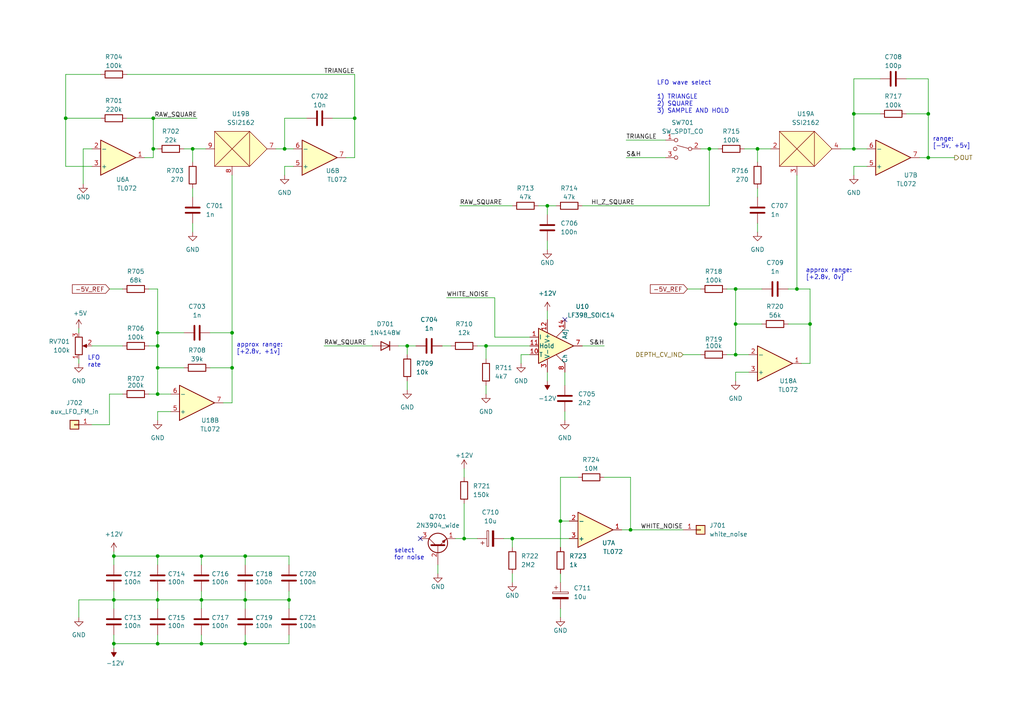
<source format=kicad_sch>
(kicad_sch (version 20211123) (generator eeschema)
  (paper "A4")
  (title_block (title "Micro-Pico Tiny Monosynth") (date "2022-10-06") (rev "1.0") (comment 1 "creativecommons.org/licences/by/4.0") (comment 2 "Licence: CC by 4.0") (comment 3 "Author: Jordan Aceto"))
  (lib_symbols
    (symbol "Amplifier_Operational:TL072" (pin_names (offset 0.127))
      (property "Reference" "U" (at 0 5.08 0))
      (property "Value" "TL072" (at 0 -5.08 0))
      (symbol "TL072_1_1"
        (polyline (pts (xy -5.08 5.08) (xy 5.08 0) (xy -5.08 -5.08) (xy -5.08 5.08)) (stroke (width 0.254)) (fill (type background)))
        (pin output line (at 7.62 0 180) (length 2.54) (name "~") (number "1"))
        (pin input line (at -7.62 -2.54 0) (length 2.54) (name "-") (number "2"))
        (pin input line (at -7.62 2.54 0) (length 2.54) (name "+") (number "3"))
      )
      (symbol "TL072_2_1"
        (polyline (pts (xy -5.08 5.08) (xy 5.08 0) (xy -5.08 -5.08) (xy -5.08 5.08)) (stroke (width 0.254)) (fill (type background)))
        (pin input line (at -7.62 2.54 0) (length 2.54) (name "+") (number "5"))
        (pin input line (at -7.62 -2.54 0) (length 2.54) (name "-") (number "6"))
        (pin output line (at 7.62 0 180) (length 2.54) (name "~") (number "7"))
      )
      (symbol "TL072_3_1"
        (pin power_in line (at -2.54 -7.62 90) (length 3.81) (name "V-") (number "4"))
        (pin power_in line (at -2.54 7.62 270) (length 3.81) (name "V+") (number "8"))
      )
    )
    (symbol "Analog:LF398_SOIC14" (pin_names (offset 0.127))
      (property "Reference" "U" (at 5.08 3.81 0))
      (property "Value" "LF398_SOIC14" (at 5.08 -2.54 0))
      (symbol "LF398_SOIC14_0_1"
        (polyline (pts (xy 0 -2.54) (xy 2.54 -5.08)))
        (polyline (pts (xy 2.54 5.08) (xy 0 2.54)))
        (polyline (pts (xy -5.08 5.08) (xy 5.08 0) (xy -5.08 -5.08) (xy -5.08 5.08)) (stroke (width 0.254)) (fill (type background)))
      )
      (symbol "LF398_SOIC14_1_1"
        (pin input line (at -7.62 2.54 0) (length 2.54) (name "I") (number "1"))
        (pin passive line (at -7.62 -2.54 0) (length 2.54) (name "T") (number "10"))
        (pin input line (at -7.62 0 0) (length 2.54) (name "Hold") (number "11"))
        (pin passive line (at -2.54 7.62 270) (length 3.81) (name "V+") (number "12"))
        (pin no_connect line (at 0 -2.54 90) (length 2.54) hide (name "NC") (number "13"))
        (pin passive line (at 2.54 7.62 270) (length 2.54) (name "Adj") (number "14"))
        (pin no_connect line (at -5.08 2.54 270) (length 2.54) hide (name "NC") (number "2"))
        (pin passive line (at -2.54 -7.62 90) (length 3.81) (name "V-") (number "3"))
        (pin no_connect line (at -2.54 2.54 270) (length 2.54) hide (name "NC") (number "4"))
        (pin no_connect line (at -5.08 -2.54 90) (length 2.54) hide (name "NC") (number "5"))
        (pin no_connect line (at -2.54 -2.54 90) (length 2.54) hide (name "NC") (number "6"))
        (pin output line (at 7.62 0 180) (length 2.54) (name "~") (number "7"))
        (pin passive line (at 2.54 -7.62 90) (length 2.54) (name "Ch") (number "8"))
        (pin no_connect line (at 0 2.54 270) (length 2.54) hide (name "NC") (number "9"))
      )
    )
    (symbol "Connector_Generic:Conn_01x01" (pin_names (offset 1.016) hide)
      (property "Reference" "J" (at 0 2.54 0))
      (property "Value" "Conn_01x01" (at 0 -2.54 0))
      (symbol "Conn_01x01_1_1"
        (rectangle (start -1.27 0.127) (end 0 -0.127) (stroke (width 0.1524)))
        (rectangle (start -1.27 1.27) (end 1.27 -1.27) (stroke (width 0.254)) (fill (type background)))
        (pin passive line (at -5.08 0 0) (length 3.81) (name "Pin_1") (number "1"))
      )
    )
    (symbol "Device:C" (pin_numbers hide) (pin_names (offset 0.254))
      (property "Reference" "C" (at 0.635 2.54 0))
      (property "Value" "C" (at 0.635 -2.54 0))
      (symbol "C_0_1"
        (polyline (pts (xy -2.032 -0.762) (xy 2.032 -0.762)) (stroke (width 0.508)))
        (polyline (pts (xy -2.032 0.762) (xy 2.032 0.762)) (stroke (width 0.508)))
      )
      (symbol "C_1_1"
        (pin passive line (at 0 3.81 270) (length 2.794) (name "~") (number "1"))
        (pin passive line (at 0 -3.81 90) (length 2.794) (name "~") (number "2"))
      )
    )
    (symbol "Device:C_Polarized" (pin_numbers hide) (pin_names (offset 0.254))
      (property "Reference" "C" (at 0.635 2.54 0))
      (property "Value" "C_Polarized" (at 0.635 -2.54 0))
      (symbol "C_Polarized_0_1"
        (rectangle (start -2.286 0.508) (end 2.286 1.016))
        (polyline (pts (xy -1.778 2.286) (xy -0.762 2.286)))
        (polyline (pts (xy -1.27 2.794) (xy -1.27 1.778)))
        (rectangle (start 2.286 -0.508) (end -2.286 -1.016) (fill (type outline)))
      )
      (symbol "C_Polarized_1_1"
        (pin passive line (at 0 3.81 270) (length 2.794) (name "~") (number "1"))
        (pin passive line (at 0 -3.81 90) (length 2.794) (name "~") (number "2"))
      )
    )
    (symbol "Device:R" (pin_numbers hide) (pin_names (offset 0))
      (property "Reference" "R" (at 2.032 0 90))
      (property "Value" "R" (at 0 0 90))
      (symbol "R_0_1"
        (rectangle (start -1.016 -2.54) (end 1.016 2.54) (stroke (width 0.254)))
      )
      (symbol "R_1_1"
        (pin passive line (at 0 3.81 270) (length 1.27) (name "~") (number "1"))
        (pin passive line (at 0 -3.81 90) (length 1.27) (name "~") (number "2"))
      )
    )
    (symbol "Device:R_Potentiometer" (pin_names (offset 1.016) hide)
      (property "Reference" "RV" (at -4.445 0 90))
      (property "Value" "R_Potentiometer" (at -2.54 0 90))
      (symbol "R_Potentiometer_0_1"
        (polyline (pts (xy 2.54 0) (xy 1.524 0)))
        (polyline (pts (xy 1.143 0) (xy 2.286 0.508) (xy 2.286 -0.508) (xy 1.143 0)) (fill (type outline)))
        (rectangle (start 1.016 2.54) (end -1.016 -2.54) (stroke (width 0.254)))
      )
      (symbol "R_Potentiometer_1_1"
        (pin passive line (at 0 3.81 270) (length 1.27) (name "1") (number "1"))
        (pin passive line (at 3.81 0 180) (length 1.27) (name "2") (number "2"))
        (pin passive line (at 0 -3.81 90) (length 1.27) (name "3") (number "3"))
      )
    )
    (symbol "Diode:1N4148W" (pin_numbers hide) (pin_names hide)
      (property "Reference" "D" (at 0 2.54 0))
      (property "Value" "1N4148W" (at 0 -2.54 0))
      (symbol "1N4148W_0_1"
        (polyline (pts (xy -1.27 1.27) (xy -1.27 -1.27)) (stroke (width 0.254)))
        (polyline (pts (xy 1.27 0) (xy -1.27 0)))
        (polyline (pts (xy 1.27 1.27) (xy 1.27 -1.27) (xy -1.27 0) (xy 1.27 1.27)) (stroke (width 0.254)))
      )
      (symbol "1N4148W_1_1"
        (pin passive line (at -3.81 0 0) (length 2.54) (name "K") (number "1"))
        (pin passive line (at 3.81 0 180) (length 2.54) (name "A") (number "2"))
      )
    )
    (symbol "Switch:SW_SPDT_MSM" (pin_names (offset 0) hide)
      (property "Reference" "SW" (at 0 5.08 0))
      (property "Value" "SW_SPDT_MSM" (at 0 -5.08 0))
      (symbol "SW_SPDT_MSM_0_0"
        (circle (center -2.032 0) (radius 0.508))
        (polyline (pts (xy -1.524 0.127) (xy 1.778 1.016)))
        (circle (center 2.032 -2.54) (radius 0.508))
      )
      (symbol "SW_SPDT_MSM_0_1"
        (circle (center 2.032 2.54) (radius 0.508))
        (circle (center 2.286 0) (radius 0.508))
      )
      (symbol "SW_SPDT_MSM_1_1"
        (pin passive line (at 5.08 2.54 180) (length 2.54) (name "1") (number "1"))
        (pin passive line (at -5.08 0 0) (length 2.54) (name "2") (number "2"))
        (pin passive line (at 5.08 -2.54 180) (length 2.54) (name "3") (number "3"))
      )
    )
    (symbol "custom_symbols:2N3904_wide" (pin_names (offset 0) hide)
      (property "Reference" "Q701" (at 0 8.89 90))
      (property "Value" "2N3904_wide" (at 0 6.35 90))
      (symbol "2N3904_wide_0_1"
        (polyline (pts (xy 0.635 0.635) (xy 2.54 2.54)))
        (polyline (pts (xy 0.635 -0.635) (xy 2.54 -2.54) (xy 2.54 -2.54)))
        (polyline (pts (xy 0.635 1.905) (xy 0.635 -1.905) (xy 0.635 -1.905)) (stroke (width 0.508)))
        (polyline (pts (xy 1.27 -1.778) (xy 1.778 -1.27) (xy 2.286 -2.286) (xy 1.27 -1.778) (xy 1.27 -1.778)) (fill (type outline)))
        (circle (center 1.27 0) (radius 2.8194) (stroke (width 0.254)))
      )
      (symbol "2N3904_wide_1_1"
        (pin passive line (at 2.54 -5.08 90) (length 2.54) (name "E") (number "1"))
        (pin passive line (at -5.08 0 0) (length 5.715) (name "B") (number "2"))
        (pin passive line (at 2.54 5.08 270) (length 2.54) (name "C") (number "3"))
      )
    )
    (symbol "custom_symbols:SSI2162" (pin_names (offset 1.016))
      (property "Reference" "U?" (at -2.54 10.16 0))
      (property "Value" "SSI2162" (at -2.54 7.62 0))
      (symbol "SSI2162_1_1"
        (rectangle (start -5.08 5.08) (end 5.08 -5.08) (fill (type background)))
        (polyline (pts (xy 5.08 5.08) (xy -5.08 -5.08)))
        (polyline (pts (xy 5.08 5.08) (xy 10.16 0) (xy 5.08 -5.08) (xy -5.08 5.08)) (fill (type background)))
        (pin input line (at -7.62 0 0) (length 2.54) (name "~") (number "2"))
        (pin input line (at 0 -7.62 90) (length 2.54) (name "~") (number "3"))
        (pin output line (at 12.7 0 180) (length 2.54) (name "~") (number "4"))
      )
      (symbol "SSI2162_2_1"
        (rectangle (start -5.08 5.08) (end 5.08 -5.08) (fill (type background)))
        (polyline (pts (xy 5.08 5.08) (xy -5.08 -5.08)))
        (polyline (pts (xy 5.08 5.08) (xy 10.16 0) (xy 5.08 -5.08) (xy -5.08 5.08)) (fill (type background)))
        (pin output line (at 12.7 0 180) (length 2.54) (name "~") (number "7"))
        (pin input line (at 0 -7.62 90) (length 2.54) (name "~") (number "8"))
        (pin input line (at -7.62 0 0) (length 2.54) (name "~") (number "9"))
      )
      (symbol "SSI2162_3_1"
        (rectangle (start 3.81 -10.16) (end -3.81 6.35) (fill (type background)))
        (pin input line (at 6.35 3.81 180) (length 2.54) (name "MODE") (number "1"))
        (pin power_in line (at 6.35 0 180) (length 2.54) (name "V+") (number "10"))
        (pin power_in line (at 6.35 -3.81 180) (length 2.54) (name "GND") (number "5"))
        (pin power_in line (at 6.35 -7.62 180) (length 2.54) (name "V-") (number "6"))
      )
    )
    (symbol "power:+12V" (power) (pin_names (offset 0))
      (property "Value" "+12V" (at 0 3.556 0))
      (symbol "+12V_0_1"
        (polyline (pts (xy -0.762 1.27) (xy 0 2.54)))
        (polyline (pts (xy 0 0) (xy 0 2.54)))
        (polyline (pts (xy 0 2.54) (xy 0.762 1.27)))
      )
      (symbol "+12V_1_1"
        (pin power_in line (at 0 0 90) (length 0) hide (name "+12V") (number "1"))
      )
    )
    (symbol "power:+5V" (power) (pin_names (offset 0))
      (property "Value" "+5V" (at 0 3.556 0))
      (symbol "+5V_0_1"
        (polyline (pts (xy -0.762 1.27) (xy 0 2.54)))
        (polyline (pts (xy 0 0) (xy 0 2.54)))
        (polyline (pts (xy 0 2.54) (xy 0.762 1.27)))
      )
      (symbol "+5V_1_1"
        (pin power_in line (at 0 0 90) (length 0) hide (name "+5V") (number "1"))
      )
    )
    (symbol "power:-12V" (power) (pin_names (offset 0))
      (property "Value" "-12V" (at 0 3.81 0))
      (symbol "-12V_0_0"
        (pin power_in line (at 0 0 90) (length 0) hide (name "-12V") (number "1"))
      )
      (symbol "-12V_0_1"
        (polyline (pts (xy 0 0) (xy 0 1.27) (xy 0.762 1.27) (xy 0 2.54) (xy -0.762 1.27) (xy 0 1.27)) (fill (type outline)))
      )
    )
    (symbol "power:GND" (power) (pin_names (offset 0))
      (property "Value" "GND" (at 0 -3.81 0))
      (symbol "GND_0_1"
        (polyline (pts (xy 0 0) (xy 0 -1.27) (xy 1.27 -1.27) (xy 0 -2.54) (xy -1.27 -1.27) (xy 0 -1.27)))
      )
      (symbol "GND_1_1"
        (pin power_in line (at 0 0 270) (length 0) hide (name "GND") (number "1"))
      )
    )
  )
  (junction (at 205.74 43.18))
  (junction (at 140.97 100.33))
  (junction (at 45.72 173.99))
  (junction (at 231.14 83.82))
  (junction (at 213.36 83.82))
  (junction (at 234.95 93.98))
  (junction (at 45.72 106.68))
  (junction (at 71.12 161.29))
  (junction (at 71.12 186.69))
  (junction (at 102.87 34.29))
  (junction (at 33.02 161.29))
  (junction (at 55.88 43.18))
  (junction (at 158.75 59.69))
  (junction (at 71.12 173.99))
  (junction (at 67.31 96.52))
  (junction (at 45.72 161.29))
  (junction (at 33.02 173.99))
  (junction (at 148.59 156.21))
  (junction (at 45.72 100.33))
  (junction (at 134.62 156.21))
  (junction (at 19.05 34.29))
  (junction (at 44.45 34.29))
  (junction (at 82.55 43.18))
  (junction (at 162.56 151.13))
  (junction (at 247.65 33.02))
  (junction (at 219.71 43.18))
  (junction (at 83.82 173.99))
  (junction (at 213.36 102.87))
  (junction (at 269.24 33.02))
  (junction (at 213.36 93.98))
  (junction (at 269.24 45.72))
  (junction (at 58.42 161.29))
  (junction (at 45.72 96.52))
  (junction (at 33.02 186.69))
  (junction (at 45.72 186.69))
  (junction (at 58.42 173.99))
  (junction (at 67.31 106.68))
  (junction (at 58.42 186.69))
  (junction (at 45.72 114.3))
  (junction (at 44.45 43.18))
  (junction (at 247.65 43.18))
  (junction (at 118.11 100.33))
  (junction (at 182.88 153.67))
  (no_connect (at 121.92 156.21))
  (no_connect (at 163.83 92.71))
  (wire (pts (xy 58.42 184.15) (xy 58.42 186.69)))
  (wire (pts (xy 140.97 104.14) (xy 140.97 100.33)))
  (wire (pts (xy 158.75 59.69) (xy 158.75 62.23)))
  (wire (pts (xy 213.36 83.82) (xy 220.98 83.82)))
  (wire (pts (xy 58.42 173.99) (xy 71.12 173.99)))
  (wire (pts (xy 151.13 102.87) (xy 153.67 102.87)))
  (wire (pts (xy 133.35 59.69) (xy 148.59 59.69)))
  (wire (pts (xy 53.34 43.18) (xy 55.88 43.18)))
  (wire (pts (xy 247.65 33.02) (xy 255.27 33.02)))
  (wire (pts (xy 205.74 59.69) (xy 205.74 43.18)))
  (wire (pts (xy 138.43 100.33) (xy 140.97 100.33)))
  (wire (pts (xy 60.96 96.52) (xy 67.31 96.52)))
  (wire (pts (xy 19.05 34.29) (xy 29.21 34.29)))
  (wire (pts (xy 134.62 156.21) (xy 134.62 146.05)))
  (wire (pts (xy 45.72 161.29) (xy 33.02 161.29)))
  (wire (pts (xy 45.72 184.15) (xy 45.72 186.69)))
  (wire (pts (xy 67.31 106.68) (xy 67.31 116.84)))
  (wire (pts (xy 162.56 151.13) (xy 162.56 158.75)))
  (wire (pts (xy 234.95 83.82) (xy 234.95 93.98)))
  (wire (pts (xy 162.56 176.53) (xy 162.56 179.07)))
  (wire (pts (xy 71.12 186.69) (xy 83.82 186.69)))
  (wire (pts (xy 156.21 59.69) (xy 158.75 59.69)))
  (wire (pts (xy 26.67 100.33) (xy 35.56 100.33)))
  (wire (pts (xy 71.12 184.15) (xy 71.12 186.69)))
  (wire (pts (xy 203.2 43.18) (xy 205.74 43.18)))
  (wire (pts (xy 213.36 107.95) (xy 217.17 107.95)))
  (wire (pts (xy 247.65 22.86) (xy 247.65 33.02)))
  (wire (pts (xy 58.42 161.29) (xy 45.72 161.29)))
  (wire (pts (xy 82.55 43.18) (xy 82.55 34.29)))
  (wire (pts (xy 44.45 34.29) (xy 36.83 34.29)))
  (wire (pts (xy 269.24 45.72) (xy 276.86 45.72)))
  (wire (pts (xy 182.88 153.67) (xy 182.88 138.43)))
  (wire (pts (xy 67.31 96.52) (xy 67.31 106.68)))
  (wire (pts (xy 199.39 83.82) (xy 203.2 83.82)))
  (wire (pts (xy 45.72 171.45) (xy 45.72 173.99)))
  (wire (pts (xy 83.82 163.83) (xy 83.82 161.29)))
  (wire (pts (xy 247.65 50.8) (xy 247.65 48.26)))
  (wire (pts (xy 58.42 173.99) (xy 45.72 173.99)))
  (wire (pts (xy 215.9 43.18) (xy 219.71 43.18)))
  (wire (pts (xy 67.31 50.8) (xy 67.31 96.52)))
  (wire (pts (xy 60.96 106.68) (xy 67.31 106.68)))
  (wire (pts (xy 44.45 43.18) (xy 45.72 43.18)))
  (wire (pts (xy 36.83 21.59) (xy 102.87 21.59)))
  (wire (pts (xy 22.86 173.99) (xy 33.02 173.99)))
  (wire (pts (xy 80.01 43.18) (xy 82.55 43.18)))
  (wire (pts (xy 148.59 156.21) (xy 165.1 156.21)))
  (wire (pts (xy 19.05 21.59) (xy 19.05 34.29)))
  (wire (pts (xy 213.36 102.87) (xy 210.82 102.87)))
  (wire (pts (xy 71.12 163.83) (xy 71.12 161.29)))
  (wire (pts (xy 44.45 43.18) (xy 44.45 45.72)))
  (wire (pts (xy 33.02 163.83) (xy 33.02 161.29)))
  (wire (pts (xy 269.24 33.02) (xy 269.24 45.72)))
  (wire (pts (xy 45.72 119.38) (xy 49.53 119.38)))
  (wire (pts (xy 55.88 54.61) (xy 55.88 57.15)))
  (wire (pts (xy 45.72 121.92) (xy 45.72 119.38)))
  (wire (pts (xy 213.36 93.98) (xy 213.36 102.87)))
  (wire (pts (xy 19.05 34.29) (xy 19.05 48.26)))
  (wire (pts (xy 22.86 95.25) (xy 22.86 96.52)))
  (wire (pts (xy 132.08 156.21) (xy 134.62 156.21)))
  (wire (pts (xy 181.61 45.72) (xy 193.04 45.72)))
  (wire (pts (xy 45.72 163.83) (xy 45.72 161.29)))
  (wire (pts (xy 45.72 176.53) (xy 45.72 173.99)))
  (wire (pts (xy 247.65 43.18) (xy 247.65 33.02)))
  (wire (pts (xy 148.59 166.37) (xy 148.59 168.91)))
  (wire (pts (xy 107.95 100.33) (xy 93.98 100.33)))
  (wire (pts (xy 83.82 161.29) (xy 71.12 161.29)))
  (wire (pts (xy 219.71 46.99) (xy 219.71 43.18)))
  (wire (pts (xy 45.72 186.69) (xy 58.42 186.69)))
  (wire (pts (xy 213.36 93.98) (xy 220.98 93.98)))
  (wire (pts (xy 44.45 34.29) (xy 44.45 43.18)))
  (wire (pts (xy 118.11 113.03) (xy 118.11 110.49)))
  (wire (pts (xy 24.13 43.18) (xy 26.67 43.18)))
  (wire (pts (xy 251.46 43.18) (xy 247.65 43.18)))
  (wire (pts (xy 58.42 161.29) (xy 71.12 161.29)))
  (wire (pts (xy 83.82 184.15) (xy 83.82 186.69)))
  (wire (pts (xy 219.71 43.18) (xy 223.52 43.18)))
  (wire (pts (xy 231.14 50.8) (xy 231.14 83.82)))
  (wire (pts (xy 118.11 102.87) (xy 118.11 100.33)))
  (wire (pts (xy 158.75 69.85) (xy 158.75 72.39)))
  (wire (pts (xy 180.34 153.67) (xy 182.88 153.67)))
  (wire (pts (xy 58.42 163.83) (xy 58.42 161.29)))
  (wire (pts (xy 49.53 114.3) (xy 45.72 114.3)))
  (wire (pts (xy 165.1 151.13) (xy 162.56 151.13)))
  (wire (pts (xy 24.13 43.18) (xy 24.13 53.34)))
  (wire (pts (xy 163.83 119.38) (xy 163.83 121.92)))
  (wire (pts (xy 127 163.83) (xy 127 166.37)))
  (wire (pts (xy 45.72 96.52) (xy 53.34 96.52)))
  (wire (pts (xy 82.55 48.26) (xy 85.09 48.26)))
  (wire (pts (xy 33.02 160.02) (xy 33.02 161.29)))
  (wire (pts (xy 118.11 100.33) (xy 115.57 100.33)))
  (wire (pts (xy 55.88 64.77) (xy 55.88 67.31)))
  (wire (pts (xy 41.91 45.72) (xy 44.45 45.72)))
  (wire (pts (xy 228.6 93.98) (xy 234.95 93.98)))
  (wire (pts (xy 162.56 138.43) (xy 167.64 138.43)))
  (wire (pts (xy 71.12 176.53) (xy 71.12 173.99)))
  (wire (pts (xy 45.72 83.82) (xy 45.72 96.52)))
  (wire (pts (xy 82.55 50.8) (xy 82.55 48.26)))
  (wire (pts (xy 255.27 22.86) (xy 247.65 22.86)))
  (wire (pts (xy 33.02 187.96) (xy 33.02 186.69)))
  (wire (pts (xy 134.62 135.89) (xy 134.62 138.43)))
  (wire (pts (xy 58.42 186.69) (xy 71.12 186.69)))
  (wire (pts (xy 148.59 158.75) (xy 148.59 156.21)))
  (wire (pts (xy 55.88 46.99) (xy 55.88 43.18)))
  (wire (pts (xy 228.6 83.82) (xy 231.14 83.82)))
  (wire (pts (xy 102.87 34.29) (xy 102.87 45.72)))
  (wire (pts (xy 35.56 114.3) (xy 31.75 114.3)))
  (wire (pts (xy 234.95 93.98) (xy 234.95 105.41)))
  (wire (pts (xy 102.87 34.29) (xy 102.87 21.59)))
  (wire (pts (xy 43.18 100.33) (xy 45.72 100.33)))
  (wire (pts (xy 269.24 22.86) (xy 269.24 33.02)))
  (wire (pts (xy 143.51 86.36) (xy 129.54 86.36)))
  (wire (pts (xy 45.72 114.3) (xy 43.18 114.3)))
  (wire (pts (xy 151.13 102.87) (xy 151.13 105.41)))
  (wire (pts (xy 219.71 64.77) (xy 219.71 67.31)))
  (wire (pts (xy 45.72 106.68) (xy 45.72 114.3)))
  (wire (pts (xy 100.33 45.72) (xy 102.87 45.72)))
  (wire (pts (xy 143.51 97.79) (xy 153.67 97.79)))
  (wire (pts (xy 148.59 156.21) (xy 146.05 156.21)))
  (wire (pts (xy 71.12 171.45) (xy 71.12 173.99)))
  (wire (pts (xy 45.72 96.52) (xy 45.72 100.33)))
  (wire (pts (xy 128.27 100.33) (xy 130.81 100.33)))
  (wire (pts (xy 82.55 34.29) (xy 88.9 34.29)))
  (wire (pts (xy 140.97 100.33) (xy 153.67 100.33)))
  (wire (pts (xy 83.82 176.53) (xy 83.82 173.99)))
  (wire (pts (xy 162.56 151.13) (xy 162.56 138.43)))
  (wire (pts (xy 168.91 59.69) (xy 205.74 59.69)))
  (wire (pts (xy 45.72 173.99) (xy 33.02 173.99)))
  (wire (pts (xy 205.74 43.18) (xy 208.28 43.18)))
  (wire (pts (xy 96.52 34.29) (xy 102.87 34.29)))
  (wire (pts (xy 26.67 123.19) (xy 31.75 123.19)))
  (wire (pts (xy 231.14 83.82) (xy 234.95 83.82)))
  (wire (pts (xy 182.88 153.67) (xy 198.12 153.67)))
  (wire (pts (xy 247.65 48.26) (xy 251.46 48.26)))
  (wire (pts (xy 33.02 176.53) (xy 33.02 173.99)))
  (wire (pts (xy 64.77 116.84) (xy 67.31 116.84)))
  (wire (pts (xy 85.09 43.18) (xy 82.55 43.18)))
  (wire (pts (xy 134.62 156.21) (xy 138.43 156.21)))
  (wire (pts (xy 45.72 106.68) (xy 53.34 106.68)))
  (wire (pts (xy 83.82 171.45) (xy 83.82 173.99)))
  (wire (pts (xy 33.02 171.45) (xy 33.02 173.99)))
  (wire (pts (xy 232.41 105.41) (xy 234.95 105.41)))
  (wire (pts (xy 29.21 21.59) (xy 19.05 21.59)))
  (wire (pts (xy 158.75 59.69) (xy 161.29 59.69)))
  (wire (pts (xy 247.65 43.18) (xy 243.84 43.18)))
  (wire (pts (xy 262.89 22.86) (xy 269.24 22.86)))
  (wire (pts (xy 140.97 111.76) (xy 140.97 114.3)))
  (wire (pts (xy 45.72 83.82) (xy 43.18 83.82)))
  (wire (pts (xy 262.89 33.02) (xy 269.24 33.02)))
  (wire (pts (xy 143.51 86.36) (xy 143.51 97.79)))
  (wire (pts (xy 269.24 45.72) (xy 266.7 45.72)))
  (wire (pts (xy 19.05 48.26) (xy 26.67 48.26)))
  (wire (pts (xy 213.36 93.98) (xy 213.36 83.82)))
  (wire (pts (xy 217.17 102.87) (xy 213.36 102.87)))
  (wire (pts (xy 31.75 123.19) (xy 31.75 114.3)))
  (wire (pts (xy 33.02 184.15) (xy 33.02 186.69)))
  (wire (pts (xy 162.56 166.37) (xy 162.56 168.91)))
  (wire (pts (xy 163.83 111.76) (xy 163.83 107.95)))
  (wire (pts (xy 31.75 83.82) (xy 35.56 83.82)))
  (wire (pts (xy 213.36 83.82) (xy 210.82 83.82)))
  (wire (pts (xy 22.86 179.07) (xy 22.86 173.99)))
  (wire (pts (xy 44.45 34.29) (xy 57.15 34.29)))
  (wire (pts (xy 22.86 105.41) (xy 22.86 104.14)))
  (wire (pts (xy 213.36 110.49) (xy 213.36 107.95)))
  (wire (pts (xy 55.88 43.18) (xy 59.69 43.18)))
  (wire (pts (xy 182.88 138.43) (xy 175.26 138.43)))
  (wire (pts (xy 58.42 176.53) (xy 58.42 173.99)))
  (wire (pts (xy 203.2 102.87) (xy 198.12 102.87)))
  (wire (pts (xy 83.82 173.99) (xy 71.12 173.99)))
  (wire (pts (xy 158.75 107.95) (xy 158.75 110.49)))
  (wire (pts (xy 219.71 54.61) (xy 219.71 57.15)))
  (wire (pts (xy 58.42 171.45) (xy 58.42 173.99)))
  (wire (pts (xy 168.91 100.33) (xy 175.26 100.33)))
  (wire (pts (xy 118.11 100.33) (xy 120.65 100.33)))
  (wire (pts (xy 45.72 100.33) (xy 45.72 106.68)))
  (wire (pts (xy 33.02 186.69) (xy 45.72 186.69)))
  (wire (pts (xy 158.75 90.17) (xy 158.75 92.71)))
  (wire (pts (xy 181.61 40.64) (xy 193.04 40.64)))
  (text "range:\n[-5v, +5v]" (at 270.51 43.18 0) (effects (font (size 1.27 1.27)) (justify left bottom)))
  (text "LFO\nrate" (at 25.4 106.68 0) (effects (font (size 1.27 1.27)) (justify left bottom)))
  (text "LFO wave select\n\n1) TRIANGLE\n2) SQUARE\n3) SAMPLE AND HOLD" (at 190.5 33.02 0) (effects (font (size 1.27 1.27)) (justify left bottom)))
  (text "approx range:\n[+2.8v, +1v]" (at 68.58 102.87 0) (effects (font (size 1.27 1.27)) (justify left bottom)))
  (text "approx range:\n[+2.8v, 0v]" (at 233.68 81.28 0) (effects (font (size 1.27 1.27)) (justify left bottom)))
  (text "select \nfor noise" (at 114.3 162.56 0) (effects (font (size 1.27 1.27)) (justify left bottom)))
  (label "TRIANGLE" (at 102.87 21.59 180))
  (label "WHITE_NOISE" (at 129.54 86.36 0))
  (label "WHITE_NOISE" (at 198.12 153.67 180))
  (label "S&H" (at 181.61 45.72 0))
  (label "S&H" (at 175.26 100.33 180))
  (label "RAW_SQUARE" (at 93.98 100.33 0))
  (label "TRIANGLE" (at 181.61 40.64 0))
  (label "RAW_SQUARE" (at 133.35 59.69 0))
  (label "HI_Z_SQUARE" (at 171.45 59.69 0))
  (label "RAW_SQUARE" (at 57.15 34.29 180))
  (global_label "-5V_REF" (shape input) (at 31.75 83.82 180) (property "Intersheet References" "${INTERSHEET_REFS}" (effects hide)))
  (global_label "-5V_REF" (shape input) (at 199.39 83.82 180) (property "Intersheet References" "${INTERSHEET_REFS}" (effects hide)))
  (hierarchical_label "DEPTH_CV_IN" (shape input) (at 198.12 102.87 180))
  (hierarchical_label "OUT" (shape output) (at 276.86 45.72 0))
  (symbol (lib_id "power:GND") (at 158.75 72.39 0) (unit 1)
    (property "Reference" "#PWR0711" (effects hide))
    (property "Value" "GND" (at 158.75 76.2 0))
  )
  (symbol (lib_id "Device:C") (at 33.02 167.64 0) (unit 1)
    (property "Reference" "C712" (at 35.941 166.4716 0) (effects (justify left)))
    (property "Value" "100n" (at 35.941 168.783 0) (effects (justify left)))
    (property "Footprint" "Capacitor_SMD:C_0603_1608Metric" (effects hide))
  )
  (symbol (lib_id "Connector_Generic:Conn_01x01") (at 21.59 123.19 0) (mirror y) (unit 1) (in_bom no)
    (property "Reference" "J702" (at 21.59 116.84 0))
    (property "Value" "aux_LFO_FM_in" (at 21.59 119.38 0))
    (property "Footprint" "TestPoint:TestPoint_Keystone_5000-5004_Miniature" (effects hide))
  )
  (symbol (lib_id "Device:R") (at 152.4 59.69 90) (unit 1)
    (property "Reference" "R713" (at 152.4 54.61 90))
    (property "Value" "47k" (at 152.4 57.15 90))
    (property "Footprint" "Resistor_SMD:R_0603_1608Metric" (effects hide))
  )
  (symbol (lib_id "Device:C") (at 71.12 180.34 0) (unit 1)
    (property "Reference" "C719" (at 74.041 179.1716 0) (effects (justify left)))
    (property "Value" "100n" (at 74.041 181.483 0) (effects (justify left)))
    (property "Footprint" "Capacitor_SMD:C_0603_1608Metric" (effects hide))
  )
  (symbol (lib_id "Analog:LF398_SOIC14") (at 161.29 100.33 0) (unit 1)
    (property "Reference" "U10" (at 168.91 88.9 0))
    (property "Value" "LF398_SOIC14" (at 171.45 91.44 0))
    (property "Footprint" "Package_SO:SOIC-14_3.9x8.7mm_P1.27mm" (effects hide))
    (property "Datasheet" "http://www.ti.com/lit/ds/symlink/lf398-n.pdf" (effects hide))
  )
  (symbol (lib_id "Amplifier_Operational:TL072") (at 57.15 116.84 0) (mirror x) (unit 2)
    (property "Reference" "U18" (at 60.96 121.92 0))
    (property "Value" "TL072" (at 60.96 124.46 0))
    (property "Footprint" "Package_SO:SOIC-8_3.9x4.9mm_P1.27mm" (effects hide))
    (property "Datasheet" "http://www.ti.com/lit/ds/symlink/tl071.pdf" (effects hide))
  )
  (symbol (lib_id "Device:R") (at 224.79 93.98 90) (unit 1)
    (property "Reference" "R720" (at 224.79 88.9 90))
    (property "Value" "56k" (at 224.79 91.44 90))
    (property "Footprint" "Resistor_SMD:R_0603_1608Metric" (effects hide))
  )
  (symbol (lib_id "power:GND") (at 127 166.37 0) (unit 1)
    (property "Reference" "#PWR0701" (effects hide))
    (property "Value" "GND" (at 127 170.18 0))
  )
  (symbol (lib_id "Device:R") (at 171.45 138.43 90) (unit 1)
    (property "Reference" "R724" (at 171.45 133.35 90))
    (property "Value" "10M" (at 171.45 135.89 90))
    (property "Footprint" "Resistor_SMD:R_0603_1608Metric" (effects hide))
  )
  (symbol (lib_id "power:GND") (at 219.71 67.31 0) (mirror y) (unit 1)
    (property "Reference" "#PWR0142" (effects hide))
    (property "Value" "GND" (at 219.71 72.39 0))
  )
  (symbol (lib_id "Amplifier_Operational:TL072") (at 259.08 45.72 0) (mirror x) (unit 2)
    (property "Reference" "U7" (at 264.16 50.8 0))
    (property "Value" "TL072" (at 262.89 53.34 0))
    (property "Footprint" "Package_SO:SOIC-8_3.9x4.9mm_P1.27mm" (effects hide))
    (property "Datasheet" "http://www.ti.com/lit/ds/symlink/tl071.pdf" (effects hide))
  )
  (symbol (lib_id "Device:C") (at 58.42 180.34 0) (unit 1)
    (property "Reference" "C717" (at 61.341 179.1716 0) (effects (justify left)))
    (property "Value" "100n" (at 61.341 181.483 0) (effects (justify left)))
    (property "Footprint" "Capacitor_SMD:C_0603_1608Metric" (effects hide))
  )
  (symbol (lib_id "Device:C") (at 45.72 167.64 0) (unit 1)
    (property "Reference" "C714" (at 48.641 166.4716 0) (effects (justify left)))
    (property "Value" "100n" (at 48.641 168.783 0) (effects (justify left)))
    (property "Footprint" "Capacitor_SMD:C_0603_1608Metric" (effects hide))
  )
  (symbol (lib_id "Device:C") (at 224.79 83.82 270) (mirror x) (unit 1)
    (property "Reference" "C709" (at 224.79 76.2 90))
    (property "Value" "1n" (at 224.79 78.74 90))
    (property "Footprint" "Capacitor_SMD:C_0603_1608Metric" (effects hide))
  )
  (symbol (lib_id "Device:R") (at 57.15 106.68 90) (unit 1)
    (property "Reference" "R708" (at 57.15 101.6 90))
    (property "Value" "39k" (at 57.15 104.14 90))
    (property "Footprint" "Resistor_SMD:R_0603_1608Metric" (effects hide))
  )
  (symbol (lib_id "power:+5V") (at 22.86 95.25 0) (unit 1)
    (property "Reference" "#PWR0138" (effects hide))
    (property "Value" "+5V" (at 23.241 90.8558 0))
  )
  (symbol (lib_id "power:-12V") (at 33.02 187.96 0) (mirror x) (unit 1)
    (property "Reference" "#PWR0718" (effects hide))
    (property "Value" "-12V" (at 33.401 192.3542 0))
  )
  (symbol (lib_id "Device:C") (at 83.82 180.34 0) (unit 1)
    (property "Reference" "C721" (at 86.741 179.1716 0) (effects (justify left)))
    (property "Value" "100n" (at 86.741 181.483 0) (effects (justify left)))
    (property "Footprint" "Capacitor_SMD:C_0603_1608Metric" (effects hide))
  )
  (symbol (lib_id "power:-12V") (at 158.75 110.49 180) (unit 1)
    (property "Reference" "#PWR0713" (effects hide))
    (property "Value" "-12V" (at 158.75 115.57 0))
  )
  (symbol (lib_id "Device:C") (at 219.71 60.96 0) (mirror y) (unit 1)
    (property "Reference" "C707" (at 223.52 59.6899 0) (effects (justify right)))
    (property "Value" "1n" (at 223.52 62.2299 0) (effects (justify right)))
    (property "Footprint" "Capacitor_SMD:C_0603_1608Metric" (effects hide))
  )
  (symbol (lib_id "power:GND") (at 162.56 179.07 0) (unit 1)
    (property "Reference" "#PWR0705" (effects hide))
    (property "Value" "GND" (at 162.56 182.88 0))
  )
  (symbol (lib_id "power:GND") (at 247.65 50.8 0) (mirror y) (unit 1)
    (property "Reference" "#PWR0141" (effects hide))
    (property "Value" "GND" (at 247.65 55.88 0))
  )
  (symbol (lib_id "Device:R") (at 207.01 102.87 270) (mirror x) (unit 1)
    (property "Reference" "R719" (at 207.01 98.425 90))
    (property "Value" "100k" (at 207.01 100.33 90))
    (property "Footprint" "Resistor_SMD:R_0603_1608Metric" (effects hide))
  )
  (symbol (lib_id "Device:R") (at 134.62 100.33 90) (unit 1)
    (property "Reference" "R710" (at 134.62 93.98 90))
    (property "Value" "12k" (at 134.62 96.52 90))
    (property "Footprint" "Resistor_SMD:R_0603_1608Metric" (effects hide))
  )
  (symbol (lib_id "Connector_Generic:Conn_01x01") (at 203.2 153.67 0) (unit 1) (in_bom no)
    (property "Reference" "J701" (at 205.74 152.3999 0) (effects (justify left)))
    (property "Value" "white_noise" (at 205.74 154.9399 0) (effects (justify left)))
    (property "Footprint" "TestPoint:TestPoint_Keystone_5000-5004_Miniature" (effects hide))
  )
  (symbol (lib_id "Amplifier_Operational:TL072") (at 224.79 105.41 0) (mirror x) (unit 1)
    (property "Reference" "U18" (at 228.6 110.49 0))
    (property "Value" "TL072" (at 228.6 113.03 0))
    (property "Footprint" "Package_SO:SOIC-8_3.9x4.9mm_P1.27mm" (effects hide))
    (property "Datasheet" "http://www.ti.com/lit/ds/symlink/tl071.pdf" (effects hide))
  )
  (symbol (lib_id "power:GND") (at 148.59 168.91 0) (unit 1)
    (property "Reference" "#PWR0703" (effects hide))
    (property "Value" "GND" (at 148.59 172.72 0))
  )
  (symbol (lib_id "Device:R") (at 212.09 43.18 270) (mirror x) (unit 1)
    (property "Reference" "R715" (at 212.09 38.1 90))
    (property "Value" "100k" (at 212.09 40.64 90))
    (property "Footprint" "Resistor_SMD:R_0603_1608Metric" (effects hide))
  )
  (symbol (lib_id "Device:C_Polarized") (at 142.24 156.21 90) (unit 1)
    (property "Reference" "C710" (at 142.24 148.59 90))
    (property "Value" "10u" (at 142.24 151.13 90))
    (property "Footprint" "Capacitor_THT:CP_Radial_D6.3mm_P2.50mm" (effects hide))
  )
  (symbol (lib_id "power:+12V") (at 158.75 90.17 0) (unit 1)
    (property "Reference" "#PWR0712" (effects hide))
    (property "Value" "+12V" (at 158.75 85.09 0))
  )
  (symbol (lib_id "Device:C") (at 259.08 22.86 270) (mirror x) (unit 1)
    (property "Reference" "C708" (at 259.08 16.51 90))
    (property "Value" "100p" (at 259.08 19.05 90))
    (property "Footprint" "Capacitor_SMD:C_0603_1608Metric" (effects hide))
  )
  (symbol (lib_id "Device:R") (at 49.53 43.18 270) (mirror x) (unit 1)
    (property "Reference" "R702" (at 49.53 38.1 90))
    (property "Value" "22k" (at 49.53 40.64 90))
    (property "Footprint" "Resistor_SMD:R_0603_1608Metric" (effects hide))
  )
  (symbol (lib_id "Switch:SW_SPDT_MSM") (at 198.12 43.18 0) (mirror y) (unit 1)
    (property "Reference" "SW701" (at 197.993 35.56 0))
    (property "Value" "SW_SPDT_CO" (at 197.993 38.1 0))
    (property "Footprint" "custom_footprints:SPDT_mini_toggle" (effects hide))
  )
  (symbol (lib_id "Device:R") (at 148.59 162.56 0) (unit 1)
    (property "Reference" "R722" (at 151.13 161.2899 0) (effects (justify left)))
    (property "Value" "2M2" (at 151.13 163.8299 0) (effects (justify left)))
    (property "Footprint" "Resistor_SMD:R_0603_1608Metric" (effects hide))
  )
  (symbol (lib_id "Device:R") (at 33.02 34.29 90) (unit 1)
    (property "Reference" "R701" (at 33.02 29.21 90))
    (property "Value" "220k" (at 33.02 31.75 90))
    (property "Footprint" "Resistor_SMD:R_0603_1608Metric" (effects hide))
  )
  (symbol (lib_id "power:GND") (at 140.97 114.3 0) (unit 1)
    (property "Reference" "#PWR0709" (effects hide))
    (property "Value" "GND" (at 140.97 119.38 0))
  )
  (symbol (lib_id "Device:C") (at 92.71 34.29 90) (unit 1)
    (property "Reference" "C702" (at 92.71 27.94 90))
    (property "Value" "10n" (at 92.71 30.48 90))
    (property "Footprint" "Capacitor_SMD:C_0805_2012Metric" (effects hide))
  )
  (symbol (lib_id "power:GND") (at 82.55 50.8 0) (unit 1)
    (property "Reference" "#PWR0708" (effects hide))
    (property "Value" "GND" (at 82.55 55.88 0))
  )
  (symbol (lib_id "power:GND") (at 55.88 67.31 0) (mirror y) (unit 1)
    (property "Reference" "#PWR0128" (effects hide))
    (property "Value" "GND" (at 55.88 72.39 0))
  )
  (symbol (lib_id "power:GND") (at 213.36 110.49 0) (mirror y) (unit 1)
    (property "Reference" "#PWR0143" (effects hide))
    (property "Value" "GND" (at 213.36 115.57 0))
  )
  (symbol (lib_id "Device:R") (at 39.37 83.82 270) (mirror x) (unit 1)
    (property "Reference" "R705" (at 39.37 78.74 90))
    (property "Value" "68k" (at 39.37 81.28 90))
    (property "Footprint" "Resistor_SMD:R_0603_1608Metric" (effects hide))
  )
  (symbol (lib_id "Device:R") (at 140.97 107.95 0) (unit 1)
    (property "Reference" "R711" (at 143.51 106.6799 0) (effects (justify left)))
    (property "Value" "4k7" (at 143.51 109.2199 0) (effects (justify left)))
    (property "Footprint" "Resistor_SMD:R_0603_1608Metric" (effects hide))
  )
  (symbol (lib_id "power:GND") (at 45.72 121.92 0) (mirror y) (unit 1)
    (property "Reference" "#PWR0139" (effects hide))
    (property "Value" "GND" (at 45.72 127 0))
  )
  (symbol (lib_id "Device:C") (at 45.72 180.34 0) (unit 1)
    (property "Reference" "C715" (at 48.641 179.1716 0) (effects (justify left)))
    (property "Value" "100n" (at 48.641 181.483 0) (effects (justify left)))
    (property "Footprint" "Capacitor_SMD:C_0603_1608Metric" (effects hide))
  )
  (symbol (lib_id "Device:C") (at 163.83 115.57 0) (unit 1)
    (property "Reference" "C705" (at 167.64 114.2999 0) (effects (justify left)))
    (property "Value" "2n2" (at 167.64 116.8399 0) (effects (justify left)))
    (property "Footprint" "Capacitor_THT:C_Rect_L7.2mm_W2.5mm_P5.00mm_FKS2_FKP2_MKS2_MKP2" (effects hide))
  )
  (symbol (lib_id "Device:R") (at 259.08 33.02 270) (mirror x) (unit 1)
    (property "Reference" "R717" (at 259.08 27.94 90))
    (property "Value" "100k" (at 259.08 30.48 90))
    (property "Footprint" "Resistor_SMD:R_0603_1608Metric" (effects hide))
  )
  (symbol (lib_id "Device:R") (at 55.88 50.8 0) (mirror y) (unit 1)
    (property "Reference" "R703" (at 53.34 49.5299 0) (effects (justify left)))
    (property "Value" "270" (at 53.34 52.0699 0) (effects (justify left)))
    (property "Footprint" "Resistor_SMD:R_0603_1608Metric" (effects hide))
  )
  (symbol (lib_id "Device:C") (at 83.82 167.64 0) (unit 1)
    (property "Reference" "C720" (at 86.741 166.4716 0) (effects (justify left)))
    (property "Value" "100n" (at 86.741 168.783 0) (effects (justify left)))
    (property "Footprint" "Capacitor_SMD:C_0603_1608Metric" (effects hide))
  )
  (symbol (lib_id "Device:C") (at 158.75 66.04 0) (unit 1)
    (property "Reference" "C706" (at 162.56 64.7699 0) (effects (justify left)))
    (property "Value" "100n" (at 162.56 67.3099 0) (effects (justify left)))
    (property "Footprint" "Capacitor_SMD:C_0603_1608Metric" (effects hide))
  )
  (symbol (lib_id "Device:R") (at 33.02 21.59 90) (unit 1)
    (property "Reference" "R704" (at 33.02 16.51 90))
    (property "Value" "100k" (at 33.02 19.05 90))
    (property "Footprint" "Resistor_SMD:R_0603_1608Metric" (effects hide))
  )
  (symbol (lib_id "power:GND") (at 22.86 179.07 0) (unit 1)
    (property "Reference" "#PWR0715" (effects hide))
    (property "Value" "GND" (at 22.86 184.15 0))
  )
  (symbol (lib_id "custom_symbols:SSI2162") (at 231.14 43.18 0) (unit 1)
    (property "Reference" "U19" (at 233.68 33.02 0))
    (property "Value" "SSI2162" (at 233.68 35.56 0))
    (property "Footprint" "Package_SO:SSOP-10_3.9x4.9mm_P1.00mm" (effects hide))
    (property "Datasheet" "https://www.soundsemiconductor.com/downloads/ssi2162datasheet.pdf" (effects hide))
  )
  (symbol (lib_id "Device:C") (at 57.15 96.52 270) (mirror x) (unit 1)
    (property "Reference" "C703" (at 57.15 88.9 90))
    (property "Value" "1n" (at 57.15 91.44 90))
    (property "Footprint" "Capacitor_SMD:C_0603_1608Metric" (effects hide))
  )
  (symbol (lib_id "Device:R_Potentiometer") (at 22.86 100.33 0) (mirror x) (unit 1)
    (property "Reference" "RV701" (at 20.32 99.0599 0) (effects (justify right)))
    (property "Value" "100k" (at 20.32 101.5999 0) (effects (justify right)))
    (property "Footprint" "custom_footprints:Alpha_RD901F" (effects hide))
  )
  (symbol (lib_id "power:GND") (at 22.86 105.41 0) (mirror y) (unit 1)
    (property "Reference" "#PWR0140" (effects hide))
    (property "Value" "GND" (at 22.86 110.49 0))
  )
  (symbol (lib_id "Diode:1N4148W") (at 111.76 100.33 180) (unit 1)
    (property "Reference" "D701" (at 111.76 93.98 0))
    (property "Value" "1N4148W" (at 111.76 96.52 0))
    (property "Footprint" "Diode_SMD:D_SOD-123" (effects hide))
    (property "Datasheet" "https://www.vishay.com/docs/85748/1n4148w.pdf" (effects hide))
  )
  (symbol (lib_id "Device:C") (at 55.88 60.96 0) (mirror y) (unit 1)
    (property "Reference" "C701" (at 59.69 59.6899 0) (effects (justify right)))
    (property "Value" "1n" (at 59.69 62.2299 0) (effects (justify right)))
    (property "Footprint" "Capacitor_SMD:C_0603_1608Metric" (effects hide))
  )
  (symbol (lib_id "Device:R") (at 165.1 59.69 90) (unit 1)
    (property "Reference" "R714" (at 165.1 54.61 90))
    (property "Value" "47k" (at 165.1 57.15 90))
    (property "Footprint" "Resistor_SMD:R_0603_1608Metric" (effects hide))
  )
  (symbol (lib_id "power:GND") (at 118.11 113.03 0) (unit 1)
    (property "Reference" "#PWR0707" (effects hide))
    (property "Value" "GND" (at 118.11 118.11 0))
  )
  (symbol (lib_id "Amplifier_Operational:TL072") (at 34.29 45.72 0) (mirror x) (unit 1)
    (property "Reference" "U6" (at 35.56 52.07 0))
    (property "Value" "TL072" (at 36.83 54.61 0))
    (property "Footprint" "Package_SO:SOIC-8_3.9x4.9mm_P1.27mm" (effects hide))
    (property "Datasheet" "http://www.ti.com/lit/ds/symlink/tl071.pdf" (effects hide))
  )
  (symbol (lib_id "Device:C") (at 71.12 167.64 0) (unit 1)
    (property "Reference" "C718" (at 74.041 166.4716 0) (effects (justify left)))
    (property "Value" "100n" (at 74.041 168.783 0) (effects (justify left)))
    (property "Footprint" "Capacitor_SMD:C_0603_1608Metric" (effects hide))
  )
  (symbol (lib_id "Device:C_Polarized") (at 162.56 172.72 0) (unit 1)
    (property "Reference" "C711" (at 166.37 170.5609 0) (effects (justify left)))
    (property "Value" "10u" (at 166.37 173.1009 0) (effects (justify left)))
    (property "Footprint" "Capacitor_THT:CP_Radial_D6.3mm_P2.50mm" (effects hide))
  )
  (symbol (lib_id "Device:R") (at 162.56 162.56 0) (unit 1)
    (property "Reference" "R723" (at 165.1 161.2899 0) (effects (justify left)))
    (property "Value" "1k" (at 165.1 163.8299 0) (effects (justify left)))
    (property "Footprint" "Resistor_SMD:R_0603_1608Metric" (effects hide))
  )
  (symbol (lib_id "Device:R") (at 207.01 83.82 270) (mirror x) (unit 1)
    (property "Reference" "R718" (at 207.01 78.74 90))
    (property "Value" "100k" (at 207.01 81.28 90))
    (property "Footprint" "Resistor_SMD:R_0603_1608Metric" (effects hide))
  )
  (symbol (lib_id "Amplifier_Operational:TL072") (at 172.72 153.67 0) (mirror x) (unit 1)
    (property "Reference" "U7" (at 176.53 157.48 0))
    (property "Value" "TL072" (at 177.8 160.02 0))
    (property "Footprint" "Package_SO:SOIC-8_3.9x4.9mm_P1.27mm" (effects hide))
    (property "Datasheet" "http://www.ti.com/lit/ds/symlink/tl071.pdf" (effects hide))
  )
  (symbol (lib_id "custom_symbols:2N3904_wide") (at 127 158.75 90) (unit 1)
    (property "Reference" "Q701" (at 127 149.86 90))
    (property "Value" "2N3904_wide" (at 127 152.4 90))
    (property "Footprint" "Package_TO_SOT_THT:TO-92_Inline_Wide" (effects hide))
    (property "Datasheet" "https://www.onsemi.com/pub/Collateral/2N3903-D.PDF" (effects hide))
  )
  (symbol (lib_id "Device:R") (at 219.71 50.8 0) (mirror y) (unit 1)
    (property "Reference" "R716" (at 217.17 49.5299 0) (effects (justify left)))
    (property "Value" "270" (at 217.17 52.0699 0) (effects (justify left)))
    (property "Footprint" "Resistor_SMD:R_0603_1608Metric" (effects hide))
  )
  (symbol (lib_id "Device:R") (at 39.37 100.33 90) (unit 1)
    (property "Reference" "R706" (at 39.37 95.25 90))
    (property "Value" "100k" (at 39.37 97.79 90))
    (property "Footprint" "Resistor_SMD:R_0603_1608Metric" (effects hide))
  )
  (symbol (lib_id "Device:C") (at 33.02 180.34 0) (unit 1)
    (property "Reference" "C713" (at 35.941 179.1716 0) (effects (justify left)))
    (property "Value" "100n" (at 35.941 181.483 0) (effects (justify left)))
    (property "Footprint" "Capacitor_SMD:C_0603_1608Metric" (effects hide))
  )
  (symbol (lib_id "Device:R") (at 118.11 106.68 0) (unit 1)
    (property "Reference" "R709" (at 120.65 105.4099 0) (effects (justify left)))
    (property "Value" "10k" (at 120.65 107.9499 0) (effects (justify left)))
    (property "Footprint" "Resistor_SMD:R_0603_1608Metric" (effects hide))
  )
  (symbol (lib_id "power:GND") (at 151.13 105.41 0) (unit 1)
    (property "Reference" "#PWR0710" (effects hide))
    (property "Value" "GND" (at 151.13 110.49 0))
  )
  (symbol (lib_id "custom_symbols:SSI2162") (at 67.31 43.18 0) (unit 2)
    (property "Reference" "U19" (at 69.85 33.02 0))
    (property "Value" "SSI2162" (at 69.85 35.56 0))
    (property "Footprint" "Package_SO:SSOP-10_3.9x4.9mm_P1.00mm" (effects hide))
    (property "Datasheet" "https://www.soundsemiconductor.com/downloads/ssi2162datasheet.pdf" (effects hide))
  )
  (symbol (lib_id "power:GND") (at 24.13 53.34 0) (unit 1)
    (property "Reference" "#PWR0704" (effects hide))
    (property "Value" "GND" (at 24.13 57.15 0))
  )
  (symbol (lib_id "Amplifier_Operational:TL072") (at 92.71 45.72 0) (mirror x) (unit 2)
    (property "Reference" "U6" (at 96.52 49.53 0))
    (property "Value" "TL072" (at 97.79 52.07 0))
    (property "Footprint" "Package_SO:SOIC-8_3.9x4.9mm_P1.27mm" (effects hide))
    (property "Datasheet" "http://www.ti.com/lit/ds/symlink/tl071.pdf" (effects hide))
  )
  (symbol (lib_id "Device:C") (at 124.46 100.33 90) (unit 1)
    (property "Reference" "C704" (at 124.46 92.71 90))
    (property "Value" "1n" (at 124.46 95.25 90))
    (property "Footprint" "Capacitor_SMD:C_0603_1608Metric" (effects hide))
  )
  (symbol (lib_id "Device:R") (at 39.37 114.3 270) (mirror x) (unit 1)
    (property "Reference" "R707" (at 39.37 109.855 90))
    (property "Value" "200k" (at 39.37 111.76 90))
    (property "Footprint" "Resistor_SMD:R_0603_1608Metric" (effects hide))
  )
  (symbol (lib_id "Device:C") (at 58.42 167.64 0) (unit 1)
    (property "Reference" "C716" (at 61.341 166.4716 0) (effects (justify left)))
    (property "Value" "100n" (at 61.341 168.783 0) (effects (justify left)))
    (property "Footprint" "Capacitor_SMD:C_0603_1608Metric" (effects hide))
  )
  (symbol (lib_id "Device:R") (at 134.62 142.24 0) (unit 1)
    (property "Reference" "R721" (at 137.16 140.9699 0) (effects (justify left)))
    (property "Value" "150k" (at 137.16 143.5099 0) (effects (justify left)))
    (property "Footprint" "Resistor_SMD:R_0603_1608Metric" (effects hide))
  )
  (symbol (lib_id "power:+12V") (at 33.02 160.02 0) (unit 1)
    (property "Reference" "#PWR0717" (effects hide))
    (property "Value" "+12V" (at 33.02 154.94 0))
  )
  (symbol (lib_id "power:GND") (at 163.83 121.92 0) (unit 1)
    (property "Reference" "#PWR0714" (effects hide))
    (property "Value" "GND" (at 163.83 127 0))
  )
  (symbol (lib_id "power:+12V") (at 134.62 135.89 0) (unit 1)
    (property "Reference" "#PWR0702" (effects hide))
    (property "Value" "+12V" (at 134.62 132.08 0))
  )
)
</source>
